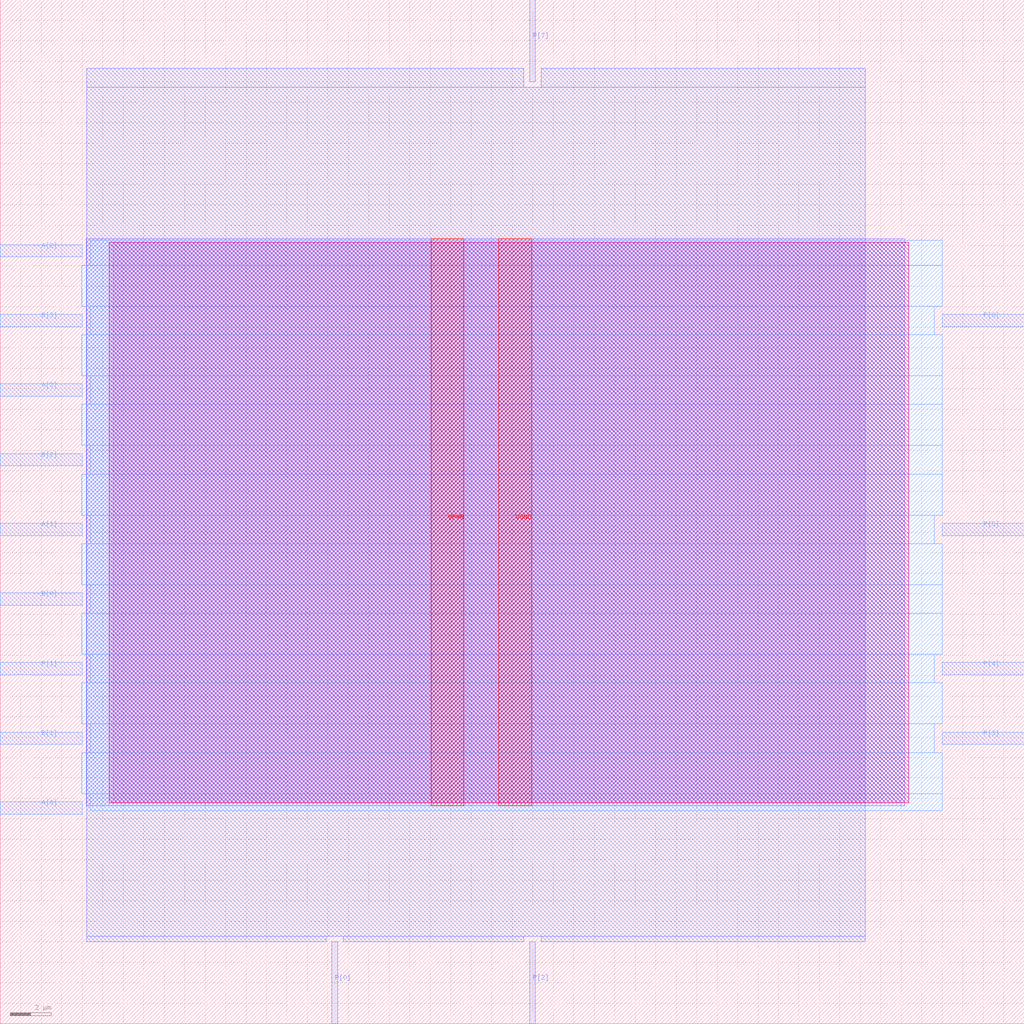
<source format=lef>
VERSION 5.7 ;
  NOWIREEXTENSIONATPIN ON ;
  DIVIDERCHAR "/" ;
  BUSBITCHARS "[]" ;
MACRO mult4_SARSA_RUIDO_e9_SARSA_RUIDO_e9_SarsaNStepsRuido_e9_SARSA_RUIDO_e9
  CLASS BLOCK ;
  FOREIGN mult4_SARSA_RUIDO_e9_SARSA_RUIDO_e9_SarsaNStepsRuido_e9_SARSA_RUIDO_e9 ;
  ORIGIN 0.000 0.000 ;
  SIZE 50.000 BY 50.000 ;
  PIN A[0]
    DIRECTION INPUT ;
    USE SIGNAL ;
    ANTENNAGATEAREA 0.126000 ;
    PORT
      LAYER met3 ;
        RECT 0.000 10.240 4.000 10.840 ;
    END
  END A[0]
  PIN A[1]
    DIRECTION INPUT ;
    USE SIGNAL ;
    ANTENNAGATEAREA 0.196500 ;
    PORT
      LAYER met3 ;
        RECT 0.000 23.840 4.000 24.440 ;
    END
  END A[1]
  PIN A[2]
    DIRECTION INPUT ;
    USE SIGNAL ;
    ANTENNAGATEAREA 0.213000 ;
    PORT
      LAYER met3 ;
        RECT 0.000 37.440 4.000 38.040 ;
    END
  END A[2]
  PIN A[3]
    DIRECTION INPUT ;
    USE SIGNAL ;
    ANTENNAGATEAREA 0.126000 ;
    PORT
      LAYER met3 ;
        RECT 0.000 30.640 4.000 31.240 ;
    END
  END A[3]
  PIN B[0]
    DIRECTION INPUT ;
    USE SIGNAL ;
    ANTENNAGATEAREA 0.196500 ;
    PORT
      LAYER met3 ;
        RECT 0.000 20.440 4.000 21.040 ;
    END
  END B[0]
  PIN B[1]
    DIRECTION INPUT ;
    USE SIGNAL ;
    ANTENNAGATEAREA 0.126000 ;
    PORT
      LAYER met3 ;
        RECT 0.000 13.640 4.000 14.240 ;
    END
  END B[1]
  PIN B[2]
    DIRECTION INPUT ;
    USE SIGNAL ;
    ANTENNAGATEAREA 0.196500 ;
    PORT
      LAYER met3 ;
        RECT 0.000 27.240 4.000 27.840 ;
    END
  END B[2]
  PIN B[3]
    DIRECTION INPUT ;
    USE SIGNAL ;
    ANTENNAGATEAREA 0.213000 ;
    PORT
      LAYER met3 ;
        RECT 0.000 34.040 4.000 34.640 ;
    END
  END B[3]
  PIN P[0]
    DIRECTION OUTPUT ;
    USE SIGNAL ;
    ANTENNADIFFAREA 0.445500 ;
    PORT
      LAYER met2 ;
        RECT 16.190 0.000 16.470 4.000 ;
    END
  END P[0]
  PIN P[1]
    DIRECTION OUTPUT ;
    USE SIGNAL ;
    ANTENNADIFFAREA 0.445500 ;
    PORT
      LAYER met3 ;
        RECT 0.000 17.040 4.000 17.640 ;
    END
  END P[1]
  PIN P[2]
    DIRECTION OUTPUT ;
    USE SIGNAL ;
    ANTENNADIFFAREA 0.445500 ;
    PORT
      LAYER met2 ;
        RECT 25.850 0.000 26.130 4.000 ;
    END
  END P[2]
  PIN P[3]
    DIRECTION OUTPUT ;
    USE SIGNAL ;
    ANTENNADIFFAREA 0.445500 ;
    PORT
      LAYER met3 ;
        RECT 46.000 13.640 50.000 14.240 ;
    END
  END P[3]
  PIN P[4]
    DIRECTION OUTPUT ;
    USE SIGNAL ;
    ANTENNADIFFAREA 0.445500 ;
    PORT
      LAYER met3 ;
        RECT 46.000 17.040 50.000 17.640 ;
    END
  END P[4]
  PIN P[5]
    DIRECTION OUTPUT ;
    USE SIGNAL ;
    ANTENNADIFFAREA 0.445500 ;
    PORT
      LAYER met3 ;
        RECT 46.000 23.840 50.000 24.440 ;
    END
  END P[5]
  PIN P[6]
    DIRECTION OUTPUT ;
    USE SIGNAL ;
    ANTENNADIFFAREA 0.445500 ;
    PORT
      LAYER met3 ;
        RECT 46.000 34.040 50.000 34.640 ;
    END
  END P[6]
  PIN P[7]
    DIRECTION OUTPUT ;
    USE SIGNAL ;
    ANTENNADIFFAREA 0.445500 ;
    PORT
      LAYER met2 ;
        RECT 25.850 46.000 26.130 50.000 ;
    END
  END P[7]
  PIN VGND
    DIRECTION INOUT ;
    USE GROUND ;
    PORT
      LAYER met4 ;
        RECT 24.340 10.640 25.940 38.320 ;
    END
  END VGND
  PIN VPWR
    DIRECTION INOUT ;
    USE POWER ;
    PORT
      LAYER met4 ;
        RECT 21.040 10.640 22.640 38.320 ;
    END
  END VPWR
  OBS
      LAYER nwell ;
        RECT 5.330 10.795 44.350 38.165 ;
      LAYER li1 ;
        RECT 5.520 10.795 44.160 38.165 ;
      LAYER met1 ;
        RECT 4.210 10.640 44.160 38.320 ;
      LAYER met2 ;
        RECT 4.230 45.720 25.570 46.650 ;
        RECT 26.410 45.720 42.230 46.650 ;
        RECT 4.230 4.280 42.230 45.720 ;
        RECT 4.230 4.000 15.910 4.280 ;
        RECT 16.750 4.000 25.570 4.280 ;
        RECT 26.410 4.000 42.230 4.280 ;
      LAYER met3 ;
        RECT 4.400 37.040 46.000 38.245 ;
        RECT 3.990 35.040 46.000 37.040 ;
        RECT 4.400 33.640 45.600 35.040 ;
        RECT 3.990 31.640 46.000 33.640 ;
        RECT 4.400 30.240 46.000 31.640 ;
        RECT 3.990 28.240 46.000 30.240 ;
        RECT 4.400 26.840 46.000 28.240 ;
        RECT 3.990 24.840 46.000 26.840 ;
        RECT 4.400 23.440 45.600 24.840 ;
        RECT 3.990 21.440 46.000 23.440 ;
        RECT 4.400 20.040 46.000 21.440 ;
        RECT 3.990 18.040 46.000 20.040 ;
        RECT 4.400 16.640 45.600 18.040 ;
        RECT 3.990 14.640 46.000 16.640 ;
        RECT 4.400 13.240 45.600 14.640 ;
        RECT 3.990 11.240 46.000 13.240 ;
        RECT 4.400 10.390 46.000 11.240 ;
  END
END mult4_SARSA_RUIDO_e9_SARSA_RUIDO_e9_SarsaNStepsRuido_e9_SARSA_RUIDO_e9
END LIBRARY


</source>
